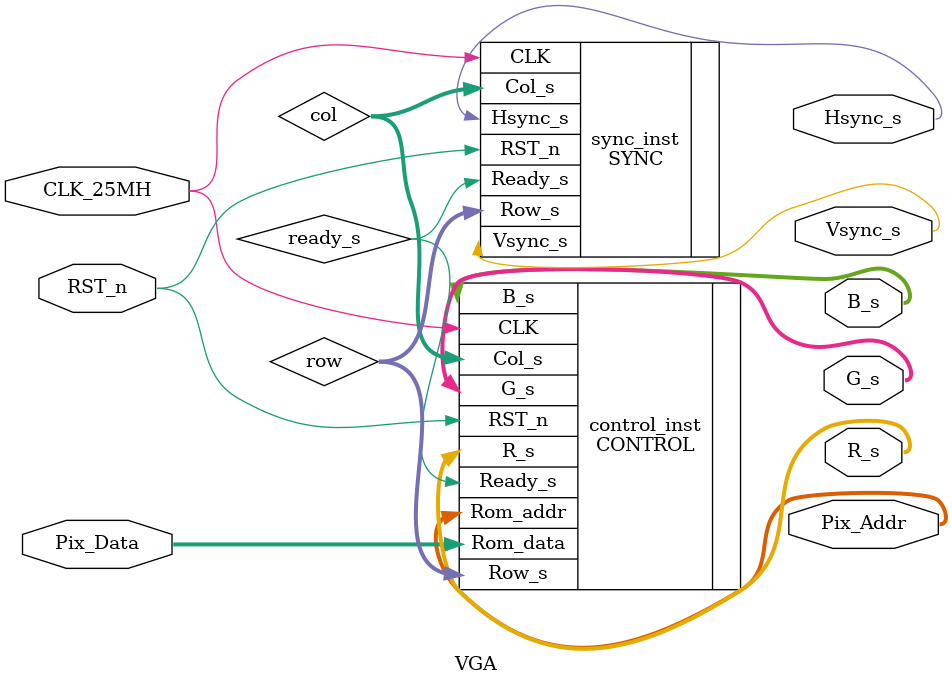
<source format=v>
`timescale 1ns / 1ps
module VGA(CLK_25MH, RST_n, Pix_Data, Pix_Addr, Vsync_s, Hsync_s, R_s, G_s, B_s);
    input CLK_25MH;//Ê±ÖÓÐÅºÅ¡£25MHz£¬ÉÏÉýÑØÓÐÐ§
    input RST_n;//¸´Î»ÐÅºÅ£¬µÍµçÆ½ÓÐÐ§
    input [11:0]Pix_Data;//Í¼Æ¬µÄÏñËØÊý¾Ý£¬12Î»
    output [18:0]Pix_Addr;//ÏñËØµØÖ·
    output Vsync_s;//ÐÐÍ¬²½ÐÅºÅ
    output Hsync_s;//ÁÐÍ¬²½ÐÅºÅ
    output [3:0]R_s;//ºìÑÕÉ«ÐÅºÅ
    output [3:0]G_s;//ÂÌÑÕÉ«ÐÅºÅ
    output [3:0]B_s;//À¶ÑÕÉ«ÐÅºÅ
    
    //¸÷¸öÄ£¿éÖ®¼äµÄÁ¬Ïß
    wire ready_s;//ÓÐÐ§ÇøÓòÏÔÊ¾Ïß
    wire [10:0]row;//×Ý×ø±ê
    wire [10:0]col;//ºá×ø±ê

    //ÊµÀý»¯Í¬²½¿ØÖÆÄ£¿é
    SYNC sync_inst(
        .CLK(CLK_25MH), 
        .RST_n(RST_n), 
        .Vsync_s(Vsync_s), 
        .Hsync_s(Hsync_s), 
        .Ready_s(ready_s), 
        .Col_s(col), 
        .Row_s(row)
    );
    //ÊµÀý»¯VGA¿ØÖÆÄ£¿é
    CONTROL control_inst(
        .CLK(CLK_25MH), 
        .RST_n(RST_n), 
        .Ready_s(ready_s), 
        .Col_s(col), 
        .Row_s(row), 
        .Rom_addr(Pix_Addr),
        .Rom_data(Pix_Data), 
        .R_s(R_s), 
        .G_s(G_s), 
        .B_s(B_s)
    );

endmodule

</source>
